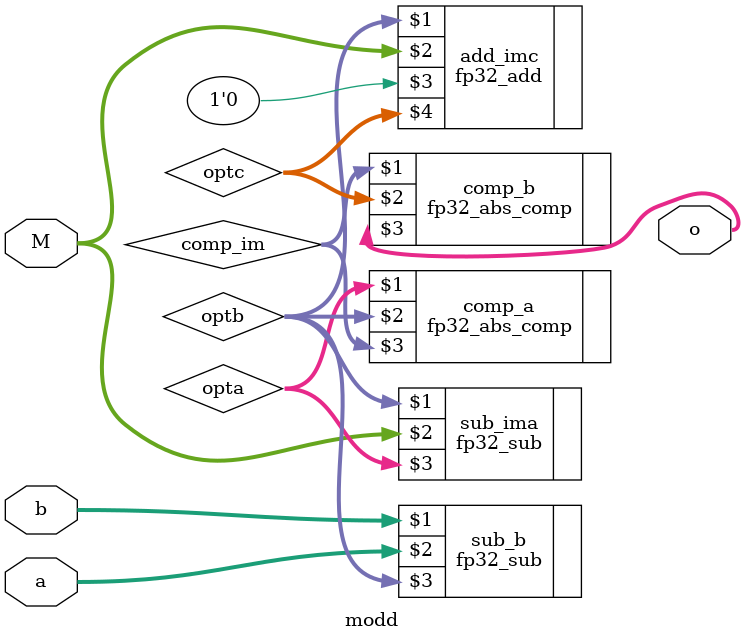
<source format=v>
`timescale 1ns / 1ps


module modd(
    input [31:0] a,
    input [31:0] b,
    input [31:0] M,
    output [31:0] o
    );
    //opts = [(b-M)-a, b-a, (b+M)-a]
    //which is equal to
    //opts = [(b-a)-M, (b-a), (b-a)+M]
    wire [31:0] opta;
    wire [31:0] opta_im;
    wire [31:0] optb;
    wire [31:0] optc;
    wire [31:0] optc_im;
    
    wire [31:0] comp_im;
    
    fp32_sub sub_b(b,a,optb);
    
    fp32_sub sub_ima(optb,M,opta);
    
    fp32_add add_imc(optb,M,1'b0,optc);
    
    fp32_abs_comp comp_a(opta,optb,comp_im);
    fp32_abs_comp comp_b(comp_im,optc,o);
    
    
endmodule

</source>
